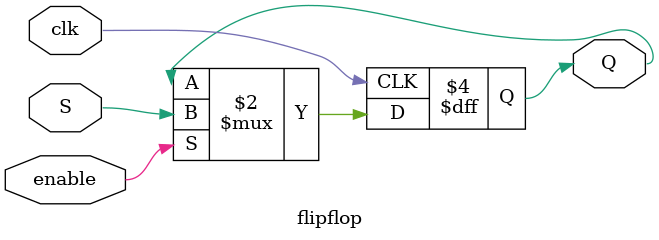
<source format=v>
module top_module (
    input clk,
    input enable,
    input S,
    input A, B, C,
    output Z ); 
    reg [2:0]option;
    assign option ={A,B,C};
    reg Q1,Q2,Q3,Q4,Q5,Q6,Q7,Q8;
    flipflop uut1(.clk(clk),.enable(enable),.S(S),.Q(Q1));
    flipflop uut2(.clk(clk),.enable(enable),.S(Q1),.Q(Q2));
    flipflop uut3(.clk(clk),.enable(enable),.S(Q2),.Q(Q3));
    flipflop uut4(.clk(clk),.enable(enable),.S(Q3),.Q(Q4));
    flipflop uut5(.clk(clk),.enable(enable),.S(Q4),.Q(Q5));
    flipflop uut6(.clk(clk),.enable(enable),.S(Q5),.Q(Q6));
    flipflop uut7(.clk(clk),.enable(enable),.S(Q6),.Q(Q7));
    flipflop uut8(.clk(clk),.enable(enable),.S(Q7),.Q(Q8));
    always @(*)begin
        case(option) 
              3'b000 : Z=Q1;
              3'b001 : Z=Q2;
              3'b010 : Z=Q3;
              3'b011 : Z=Q4;
              3'b100 : Z=Q5;
              3'b101 : Z=Q6;
              3'b110 : Z=Q7;
              3'b111 : Z=Q8;
            endcase
        end
endmodule
module flipflop (input clk,enable,S,output Q);
    always @(posedge clk)begin
        if(enable)
            Q<=S;
    end
endmodule

</source>
